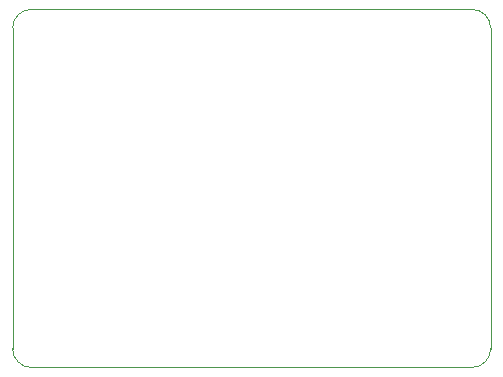
<source format=gbr>
%FSLAX34Y34*%
%MOMM*%
%LNOUTLINE*%
G71*
G01*
%ADD10C,0.100*%
%LPD*%
G54D10*
X15876Y303212D02*
X388938Y303212D01*
G54D10*
G75*
G01X15876Y303212D02*
G03X0Y287337I0J-15875D01*
G01*
G54D10*
G75*
G01X404813Y287337D02*
G03X388938Y303212I-15875J0D01*
G01*
G54D10*
G75*
G01X388938Y0D02*
G03X404814Y15875I0J15875D01*
G01*
G54D10*
G75*
G01X0Y15874D02*
G03X15876Y0I15876J0D01*
G01*
G54D10*
X0Y287337D02*
X0Y15874D01*
G54D10*
X404813Y287337D02*
X404814Y15875D01*
G54D10*
X388938Y0D02*
X15876Y0D01*
M02*

</source>
